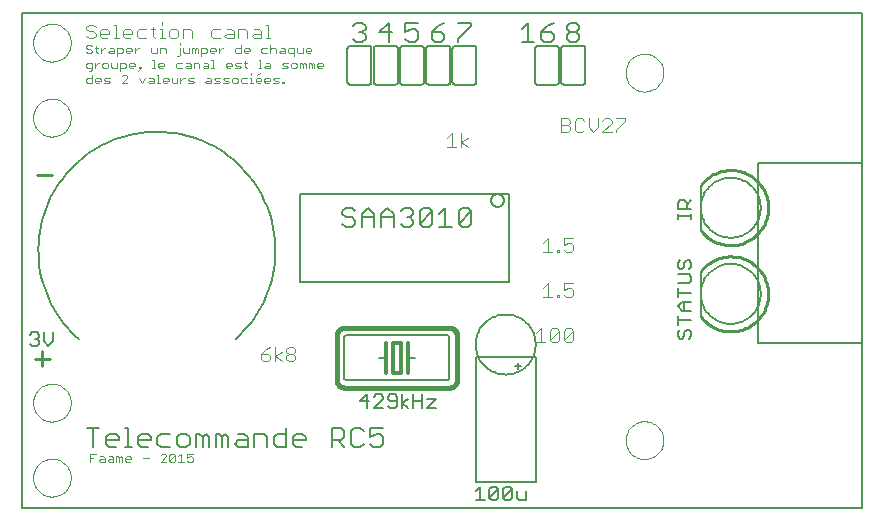
<source format=gto>
G04 CAM350 V10.1.0 (Build 363) Date:  Thu Mar 05 20:02:41 2015 *
G04 Database: c:\users\faame\desktop\telecommande ugs\telco itead\telco.gto *
G04 Layer 1: telco.gto *
%FSLAX24Y24*%
%MOIN*%
%SFA1.000B1.000*%

%MIA0B0*%
%IPPOS*%
%ADD10C,0.00600*%
%ADD11C,0.00000*%
%ADD12C,0.00400*%
%ADD13C,0.00300*%
%ADD14C,0.00700*%
%ADD15C,0.00500*%
%ADD16C,0.01600*%
%ADD17C,0.01200*%
%ADD18C,0.00800*%
%ADD19C,0.01000*%
%LNtelco.gto*%
%LPD*%
G54D10*
X130Y130D02*
G01Y16625D01*
X28122*
X28116Y130*
X130*
X2499Y2160D02*
G01Y2801D01*
X2712D02*
G01X2285D01*
X2930Y2480D02*
G01X3036Y2587D01*
X3250*
X3357Y2480*
Y2374*
X2930*
Y2480D02*
G01Y2267D01*
X3036Y2160*
X3250*
X3574D02*
G01X3788D01*
X3681D02*
G01Y2801D01*
X3574*
X4004Y2480D02*
G01X4111Y2587D01*
X4324*
X4431Y2480*
Y2374*
X4004*
Y2480D02*
G01Y2267D01*
X4111Y2160*
X4324*
X4648Y2267D02*
G01X4755Y2160D01*
X5075*
X5293Y2267D02*
G01X5400Y2160D01*
X5613*
X5720Y2267*
Y2480*
X5613Y2587*
X5400*
X5293Y2480*
Y2267*
X5075Y2587D02*
G01X4755D01*
X4648Y2480*
Y2267*
X5937Y2160D02*
G01Y2587D01*
X6044*
X6151Y2480*
X6258Y2587*
X6364Y2480*
Y2160*
X6151D02*
G01Y2480D01*
X6582Y2587D02*
G01Y2160D01*
X6796D02*
G01Y2480D01*
X6902Y2587*
X7009Y2480*
Y2160*
X7227Y2267D02*
G01X7333Y2374D01*
X7654*
Y2480D02*
G01Y2160D01*
X7333*
X7227Y2267*
X6796Y2480D02*
G01X6689Y2587D01*
X6582*
X7333D02*
G01X7547D01*
X7654Y2480*
X7871Y2587D02*
G01X8191D01*
X8298Y2480*
Y2160*
X8516Y2267D02*
G01Y2480D01*
X8622Y2587*
X8943*
Y2801D02*
G01Y2160D01*
X8622*
X8516Y2267*
X9160D02*
G01X9267Y2160D01*
X9480*
X9160Y2267D02*
G01Y2480D01*
X9267Y2587*
X9480*
X9587Y2480*
Y2374*
X9160*
X10449D02*
G01X10770D01*
X10876Y2480*
Y2694*
X10770Y2801*
X10449*
Y2160*
X10663Y2374D02*
G01X10876Y2160D01*
X11094Y2267D02*
G01X11201Y2160D01*
X11414*
X11521Y2267*
X11738D02*
G01X11845Y2160D01*
X12059*
X12165Y2267*
Y2480*
X12059Y2587*
X11952*
X11738Y2480*
Y2801*
X12165*
X11521Y2694D02*
G01X11414Y2801D01*
X11201*
X11094Y2694*
Y2267*
X7871Y2160D02*
G01Y2587D01*
X10880Y4430D02*
G01X10930Y4380D01*
X14330*
X14380Y4430*
Y5830*
X14330Y5880*
X10930*
X10880Y5830*
Y4430*
X12030Y5130D02*
G01X12260D01*
X13000D02*
G01X13230D01*
X15255Y5161D02*
G01Y974D01*
X17255*
Y5161*
X15255*
Y5568D02*
G01X15257Y5631D01*
X15263Y5693*
X15273Y5755*
X15286Y5817*
X15304Y5877*
X15325Y5936*
X15350Y5994*
X15379Y6050*
X15411Y6104*
X15446Y6156*
X15484Y6205*
X15526Y6253*
X15570Y6297*
X15618Y6339*
X15667Y6377*
X15719Y6412*
X15773Y6444*
X15829Y6473*
X15887Y6498*
X15946Y6519*
X16006Y6537*
X16068Y6550*
X16130Y6560*
X16192Y6566*
X16255Y6568*
X16318Y6566*
X16380Y6560*
X16442Y6550*
X16504Y6537*
X16564Y6519*
X16623Y6498*
X16681Y6473*
X16737Y6444*
X16791Y6412*
X16843Y6377*
X16892Y6339*
X16940Y6297*
X16984Y6253*
X17026Y6205*
X17064Y6156*
X17099Y6104*
X17131Y6050*
X17160Y5994*
X17185Y5936*
X17206Y5877*
X17224Y5817*
X17237Y5755*
X17247Y5693*
X17253Y5631*
X17255Y5568*
X17253Y5505*
X17247Y5443*
X17237Y5381*
X17224Y5319*
X17206Y5259*
X17185Y5200*
X17160Y5142*
X17131Y5086*
X17099Y5032*
X17064Y4980*
X17026Y4931*
X16984Y4883*
X16940Y4839*
X16892Y4797*
X16843Y4759*
X16791Y4724*
X16737Y4692*
X16681Y4663*
X16623Y4638*
X16564Y4617*
X16504Y4599*
X16442Y4586*
X16380Y4576*
X16318Y4570*
X16255Y4568*
X16192Y4570*
X16130Y4576*
X16068Y4586*
X16006Y4599*
X15946Y4617*
X15887Y4638*
X15829Y4663*
X15773Y4692*
X15719Y4724*
X15667Y4759*
X15618Y4797*
X15570Y4839*
X15526Y4883*
X15484Y4931*
X15446Y4980*
X15411Y5032*
X15379Y5086*
X15350Y5142*
X15325Y5200*
X15304Y5259*
X15286Y5319*
X15273Y5381*
X15263Y5443*
X15257Y5505*
X15255Y5568*
X16555Y4868D02*
G01X16755D01*
X16655Y4968D02*
G01Y4768D01*
X16350Y7668D02*
G01Y10592D01*
X9400*
Y7668*
X16350*
X15770Y10370D02*
G01X15772Y10399D01*
X15778Y10427*
X15787Y10454*
X15801Y10479*
X15817Y10503*
X15837Y10523*
X15859Y10542*
X15883Y10556*
X15910Y10568*
X15937Y10576*
X15966Y10580*
X15994*
X16023Y10576*
X16050Y10568*
X16077Y10556*
X16101Y10542*
X16123Y10523*
X16143Y10503*
X16159Y10479*
X16173Y10454*
X16182Y10427*
X16188Y10399*
X16190Y10370*
X16188Y10341*
X16182Y10313*
X16173Y10286*
X16159Y10261*
X16143Y10237*
X16123Y10217*
X16101Y10198*
X16077Y10184*
X16050Y10172*
X16023Y10164*
X15994Y10160*
X15966*
X15937Y10164*
X15910Y10172*
X15883Y10184*
X15859Y10198*
X15837Y10217*
X15817Y10237*
X15801Y10261*
X15787Y10286*
X15778Y10313*
X15772Y10341*
X15770Y10370*
X15180Y14230D02*
G01X14580D01*
X14563Y14232*
X14546Y14236*
X14530Y14243*
X14516Y14253*
X14503Y14266*
X14493Y14280*
X14486Y14296*
X14482Y14313*
X14480Y14330*
Y15430*
X14405D02*
G01Y14330D01*
X14403Y14313*
X14399Y14296*
X14392Y14280*
X14382Y14266*
X14369Y14253*
X14355Y14243*
X14339Y14236*
X14322Y14232*
X14305Y14230*
X13705*
X13688Y14232*
X13671Y14236*
X13655Y14243*
X13641Y14253*
X13628Y14266*
X13618Y14280*
X13611Y14296*
X13607Y14313*
X13605Y14330*
Y15430*
X13530D02*
G01Y14330D01*
X13528Y14313*
X13524Y14296*
X13517Y14280*
X13507Y14266*
X13494Y14253*
X13480Y14243*
X13464Y14236*
X13447Y14232*
X13430Y14230*
X12830*
X12813Y14232*
X12796Y14236*
X12780Y14243*
X12766Y14253*
X12753Y14266*
X12743Y14280*
X12736Y14296*
X12732Y14313*
X12730Y14330*
Y15430*
X12655D02*
G01Y14330D01*
X12653Y14313*
X12649Y14296*
X12642Y14280*
X12632Y14266*
X12619Y14253*
X12605Y14243*
X12589Y14236*
X12572Y14232*
X12555Y14230*
X11955*
X11938Y14232*
X11921Y14236*
X11905Y14243*
X11891Y14253*
X11878Y14266*
X11868Y14280*
X11861Y14296*
X11857Y14313*
X11855Y14330*
Y15430*
X11780D02*
G01Y14330D01*
X11778Y14313*
X11774Y14296*
X11767Y14280*
X11757Y14266*
X11744Y14253*
X11730Y14243*
X11714Y14236*
X11697Y14232*
X11680Y14230*
X11080*
X11063Y14232*
X11046Y14236*
X11030Y14243*
X11016Y14253*
X11003Y14266*
X10993Y14280*
X10986Y14296*
X10982Y14313*
X10980Y14330*
Y15430*
X10982Y15447*
X10986Y15464*
X10993Y15480*
X11003Y15494*
X11016Y15507*
X11030Y15517*
X11046Y15524*
X11063Y15528*
X11080Y15530*
X11680*
X11697Y15528*
X11714Y15524*
X11730Y15517*
X11744Y15507*
X11757Y15494*
X11767Y15480*
X11774Y15464*
X11778Y15447*
X11780Y15430*
X11855D02*
G01X11857Y15447D01*
X11861Y15464*
X11868Y15480*
X11878Y15494*
X11891Y15507*
X11905Y15517*
X11921Y15524*
X11938Y15528*
X11955Y15530*
X12555*
X12572Y15528*
X12589Y15524*
X12605Y15517*
X12619Y15507*
X12632Y15494*
X12642Y15480*
X12649Y15464*
X12653Y15447*
X12655Y15430*
X12730D02*
G01X12732Y15447D01*
X12736Y15464*
X12743Y15480*
X12753Y15494*
X12766Y15507*
X12780Y15517*
X12796Y15524*
X12813Y15528*
X12830Y15530*
X13430*
X13447Y15528*
X13464Y15524*
X13480Y15517*
X13494Y15507*
X13507Y15494*
X13517Y15480*
X13524Y15464*
X13528Y15447*
X13530Y15430*
X13605D02*
G01X13607Y15447D01*
X13611Y15464*
X13618Y15480*
X13628Y15494*
X13641Y15507*
X13655Y15517*
X13671Y15524*
X13688Y15528*
X13705Y15530*
X14305*
X14322Y15528*
X14339Y15524*
X14355Y15517*
X14369Y15507*
X14382Y15494*
X14392Y15480*
X14399Y15464*
X14403Y15447*
X14405Y15430*
X14480D02*
G01X14482Y15447D01*
X14486Y15464*
X14493Y15480*
X14503Y15494*
X14516Y15507*
X14530Y15517*
X14546Y15524*
X14563Y15528*
X14580Y15530*
X15180*
X15197Y15528*
X15214Y15524*
X15230Y15517*
X15244Y15507*
X15257Y15494*
X15267Y15480*
X15274Y15464*
X15278Y15447*
X15280Y15430*
Y14330*
X15278Y14313*
X15274Y14296*
X15267Y14280*
X15257Y14266*
X15244Y14253*
X15230Y14243*
X15214Y14236*
X15197Y14232*
X15180Y14230*
X17230Y14330D02*
G01Y15430D01*
X17232Y15447*
X17236Y15464*
X17243Y15480*
X17253Y15494*
X17266Y15507*
X17280Y15517*
X17296Y15524*
X17313Y15528*
X17330Y15530*
X17930*
X17947Y15528*
X17964Y15524*
X17980Y15517*
X17994Y15507*
X18007Y15494*
X18017Y15480*
X18024Y15464*
X18028Y15447*
X18030Y15430*
Y14330*
X18105D02*
G01Y15430D01*
X18107Y15447*
X18111Y15464*
X18118Y15480*
X18128Y15494*
X18141Y15507*
X18155Y15517*
X18171Y15524*
X18188Y15528*
X18205Y15530*
X18805*
X18822Y15528*
X18839Y15524*
X18855Y15517*
X18869Y15507*
X18882Y15494*
X18892Y15480*
X18899Y15464*
X18903Y15447*
X18905Y15430*
Y14330*
X18903Y14313*
X18899Y14296*
X18892Y14280*
X18882Y14266*
X18869Y14253*
X18855Y14243*
X18839Y14236*
X18822Y14232*
X18805Y14230*
X18205*
X18188Y14232*
X18171Y14236*
X18155Y14243*
X18141Y14253*
X18128Y14266*
X18118Y14280*
X18111Y14296*
X18107Y14313*
X18105Y14330*
X18030D02*
G01X18028Y14313D01*
X18024Y14296*
X18017Y14280*
X18007Y14266*
X17994Y14253*
X17980Y14243*
X17964Y14236*
X17947Y14232*
X17930Y14230*
X17330*
X17313Y14232*
X17296Y14236*
X17280Y14243*
X17266Y14253*
X17253Y14266*
X17243Y14280*
X17236Y14296*
X17232Y14313*
X17230Y14330*
X17212Y15660D02*
G01X16785D01*
X16999D02*
G01Y16301D01*
X16785Y16087*
X17430Y15980D02*
G01Y15767D01*
X17536Y15660*
X17750*
X17857Y15767*
Y15874*
X17750Y15980*
X17430*
X17643Y16194*
X17857Y16301*
X18285Y16194D02*
G01Y16087D01*
X18392Y15980*
X18605*
X18712Y15874*
Y15767*
X18605Y15660*
X18392*
X18285Y15767*
Y15874*
X18392Y15980*
X18605D02*
G01X18712Y16087D01*
Y16194*
X18605Y16301*
X18392*
X18285Y16194*
X15087D02*
G01X14660Y15767D01*
Y15660*
X14212Y15767D02*
G01Y15874D01*
X14105Y15980*
X13785*
Y15767*
X13892Y15660*
X14105*
X14212Y15767*
X13999Y16194D02*
G01X13785Y15980D01*
X13999Y16194D02*
G01X14212Y16301D01*
X14660D02*
G01X15087D01*
Y16194*
X13337Y16301D02*
G01X12910D01*
Y15980*
X13124Y16087*
X13230*
X13337Y15980*
Y15767*
X13230Y15660*
X13017*
X12910Y15767*
X12462Y15980D02*
G01X12035D01*
X12355Y16301*
Y15660*
X11587Y15767D02*
G01X11480Y15660D01*
X11267*
X11160Y15767*
X11374Y15980D02*
G01X11480D01*
X11587Y15874*
Y15767*
X11480Y15980D02*
G01X11587Y16087D01*
Y16194*
X11480Y16301*
X11267*
X11160Y16194*
X680Y8755D02*
G01X682Y8566D01*
X694Y8377*
X714Y8188*
X743Y8001*
X781Y7816*
X828Y7632*
X884Y7451*
X949Y7273*
X1021Y7099*
X1102Y6928*
X1192Y6761*
X1289Y6598*
X1394Y6440*
X1506Y6288*
X1625Y6141*
X1752Y6000*
X1885Y5865*
X2024Y5737*
X680Y8755D02*
G01X688Y8948D01*
X704Y9141*
X730Y9333*
X766Y9523*
X810Y9711*
X864Y9897*
X927Y10080*
X999Y10260*
X1080Y10436*
X1169Y10608*
X1266Y10775*
X1371Y10937*
X1485Y11094*
X1605Y11246*
X1733Y11391*
X1868Y11529*
X2010Y11661*
X2158Y11786*
X2312Y11903*
X2471Y12013*
X2636Y12115*
X2805Y12208*
X2979Y12293*
X3157Y12370*
X3338Y12438*
X3522Y12497*
X3710Y12546*
X3899Y12587*
X4090Y12618*
X4282Y12640*
X4475Y12652*
X4669Y12655*
X4862Y12648*
X5055Y12632*
X5247Y12607*
X5437Y12572*
X5626Y12527*
X5812Y12474*
X5995Y12412*
X6175Y12340*
X6351Y12260*
X6523Y12172*
X6690Y12075*
X6853Y11970*
X7010Y11857*
X7162Y11737*
X7307Y11609*
X7446Y11475*
X7579Y11333*
X7704Y11186*
X7822Y11032*
X7932Y10873*
X8034Y10709*
X8128Y10540*
X8214Y10366*
X8291Y10189*
X8359Y10008*
X8418Y9823*
X8469Y9636*
X8510Y9447*
X8541Y9256*
X8564Y9064*
X8577Y8871*
X8580Y8678*
X8574Y8484*
X8558Y8291*
X8533Y8099*
X8499Y7909*
X8455Y7720*
X8403Y7534*
X8341Y7351*
X8270Y7171*
X8190Y6994*
X8102Y6822*
X8006Y6654*
X7901Y6491*
X7789Y6334*
X7669Y6182*
X7542Y6036*
X7408Y5897*
X7267Y5764*
X22755Y7255D02*
G01X22757Y7318D01*
X22763Y7380*
X22773Y7442*
X22786Y7504*
X22804Y7564*
X22825Y7623*
X22850Y7681*
X22879Y7737*
X22911Y7791*
X22946Y7843*
X22984Y7892*
X23026Y7940*
X23070Y7984*
X23118Y8026*
X23167Y8064*
X23219Y8099*
X23273Y8131*
X23329Y8160*
X23387Y8185*
X23446Y8206*
X23506Y8224*
X23568Y8237*
X23630Y8247*
X23692Y8253*
X23755Y8255*
X23818Y8253*
X23880Y8247*
X23942Y8237*
X24004Y8224*
X24064Y8206*
X24123Y8185*
X24181Y8160*
X24237Y8131*
X24291Y8099*
X24343Y8064*
X24392Y8026*
X24440Y7984*
X24484Y7940*
X24526Y7892*
X24564Y7843*
X24599Y7791*
X24631Y7737*
X24660Y7681*
X24685Y7623*
X24706Y7564*
X24724Y7504*
X24737Y7442*
X24747Y7380*
X24753Y7318*
X24755Y7255*
X24753Y7192*
X24747Y7130*
X24737Y7068*
X24724Y7006*
X24706Y6946*
X24685Y6887*
X24660Y6829*
X24631Y6773*
X24599Y6719*
X24564Y6667*
X24526Y6618*
X24484Y6570*
X24440Y6526*
X24392Y6484*
X24343Y6446*
X24291Y6411*
X24237Y6379*
X24181Y6350*
X24123Y6325*
X24064Y6304*
X24004Y6286*
X23942Y6273*
X23880Y6263*
X23818Y6257*
X23755Y6255*
X23692Y6257*
X23630Y6263*
X23568Y6273*
X23506Y6286*
X23446Y6304*
X23387Y6325*
X23329Y6350*
X23273Y6379*
X23219Y6411*
X23167Y6446*
X23118Y6484*
X23070Y6526*
X23026Y6570*
X22984Y6618*
X22946Y6667*
X22911Y6719*
X22879Y6773*
X22850Y6829*
X22825Y6887*
X22804Y6946*
X22786Y7006*
X22773Y7068*
X22763Y7130*
X22757Y7192*
X22755Y7255*
X24661Y5630D02*
G01X28099D01*
X24661D02*
G01Y11630D01*
X28099*
X22755Y10130D02*
G01X22757Y10193D01*
X22763Y10255*
X22773Y10317*
X22786Y10379*
X22804Y10439*
X22825Y10498*
X22850Y10556*
X22879Y10612*
X22911Y10666*
X22946Y10718*
X22984Y10767*
X23026Y10815*
X23070Y10859*
X23118Y10901*
X23167Y10939*
X23219Y10974*
X23273Y11006*
X23329Y11035*
X23387Y11060*
X23446Y11081*
X23506Y11099*
X23568Y11112*
X23630Y11122*
X23692Y11128*
X23755Y11130*
X23818Y11128*
X23880Y11122*
X23942Y11112*
X24004Y11099*
X24064Y11081*
X24123Y11060*
X24181Y11035*
X24237Y11006*
X24291Y10974*
X24343Y10939*
X24392Y10901*
X24440Y10859*
X24484Y10815*
X24526Y10767*
X24564Y10718*
X24599Y10666*
X24631Y10612*
X24660Y10556*
X24685Y10498*
X24706Y10439*
X24724Y10379*
X24737Y10317*
X24747Y10255*
X24753Y10193*
X24755Y10130*
X24753Y10067*
X24747Y10005*
X24737Y9943*
X24724Y9881*
X24706Y9821*
X24685Y9762*
X24660Y9704*
X24631Y9648*
X24599Y9594*
X24564Y9542*
X24526Y9493*
X24484Y9445*
X24440Y9401*
X24392Y9359*
X24343Y9321*
X24291Y9286*
X24237Y9254*
X24181Y9225*
X24123Y9200*
X24064Y9179*
X24004Y9161*
X23942Y9148*
X23880Y9138*
X23818Y9132*
X23755Y9130*
X23692Y9132*
X23630Y9138*
X23568Y9148*
X23506Y9161*
X23446Y9179*
X23387Y9200*
X23329Y9225*
X23273Y9254*
X23219Y9286*
X23167Y9321*
X23118Y9359*
X23070Y9401*
X23026Y9445*
X22984Y9493*
X22946Y9542*
X22911Y9594*
X22879Y9648*
X22850Y9704*
X22825Y9762*
X22804Y9821*
X22786Y9881*
X22773Y9943*
X22763Y10005*
X22757Y10067*
X22755Y10130*
G54D11*
X20250Y14630D02*
G01X20252Y14680D01*
X20258Y14730*
X20268Y14779*
X20282Y14827*
X20299Y14874*
X20320Y14919*
X20345Y14963*
X20373Y15004*
X20405Y15043*
X20439Y15080*
X20476Y15114*
X20516Y15144*
X20558Y15171*
X20602Y15195*
X20648Y15216*
X20695Y15232*
X20743Y15245*
X20793Y15254*
X20842Y15259*
X20893Y15260*
X20943Y15257*
X20992Y15250*
X21041Y15239*
X21089Y15224*
X21135Y15206*
X21180Y15184*
X21223Y15158*
X21264Y15129*
X21303Y15097*
X21339Y15062*
X21371Y15024*
X21401Y14984*
X21428Y14941*
X21451Y14897*
X21470Y14851*
X21486Y14803*
X21498Y14754*
X21506Y14705*
X21510Y14655*
Y14605*
X21506Y14555*
X21498Y14506*
X21486Y14457*
X21470Y14409*
X21451Y14363*
X21428Y14319*
X21401Y14276*
X21371Y14236*
X21339Y14198*
X21303Y14163*
X21264Y14131*
X21223Y14102*
X21180Y14076*
X21135Y14054*
X21089Y14036*
X21041Y14021*
X20992Y14010*
X20943Y14003*
X20893Y14000*
X20842Y14001*
X20793Y14006*
X20743Y14015*
X20695Y14028*
X20648Y14044*
X20602Y14065*
X20558Y14089*
X20516Y14116*
X20476Y14146*
X20439Y14180*
X20405Y14217*
X20373Y14256*
X20345Y14297*
X20320Y14341*
X20299Y14386*
X20282Y14433*
X20268Y14481*
X20258Y14530*
X20252Y14580*
X20250Y14630*
X500Y15630D02*
G01X502Y15680D01*
X508Y15730*
X518Y15779*
X532Y15827*
X549Y15874*
X570Y15919*
X595Y15963*
X623Y16004*
X655Y16043*
X689Y16080*
X726Y16114*
X766Y16144*
X808Y16171*
X852Y16195*
X898Y16216*
X945Y16232*
X993Y16245*
X1043Y16254*
X1092Y16259*
X1143Y16260*
X1193Y16257*
X1242Y16250*
X1291Y16239*
X1339Y16224*
X1385Y16206*
X1430Y16184*
X1473Y16158*
X1514Y16129*
X1553Y16097*
X1589Y16062*
X1621Y16024*
X1651Y15984*
X1678Y15941*
X1701Y15897*
X1720Y15851*
X1736Y15803*
X1748Y15754*
X1756Y15705*
X1760Y15655*
Y15605*
X1756Y15555*
X1748Y15506*
X1736Y15457*
X1720Y15409*
X1701Y15363*
X1678Y15319*
X1651Y15276*
X1621Y15236*
X1589Y15198*
X1553Y15163*
X1514Y15131*
X1473Y15102*
X1430Y15076*
X1385Y15054*
X1339Y15036*
X1291Y15021*
X1242Y15010*
X1193Y15003*
X1143Y15000*
X1092Y15001*
X1043Y15006*
X993Y15015*
X945Y15028*
X898Y15044*
X852Y15065*
X808Y15089*
X766Y15116*
X726Y15146*
X689Y15180*
X655Y15217*
X623Y15256*
X595Y15297*
X570Y15341*
X549Y15386*
X532Y15433*
X518Y15481*
X508Y15530*
X502Y15580*
X500Y15630*
Y13130D02*
G01X502Y13180D01*
X508Y13230*
X518Y13279*
X532Y13327*
X549Y13374*
X570Y13419*
X595Y13463*
X623Y13504*
X655Y13543*
X689Y13580*
X726Y13614*
X766Y13644*
X808Y13671*
X852Y13695*
X898Y13716*
X945Y13732*
X993Y13745*
X1043Y13754*
X1092Y13759*
X1143Y13760*
X1193Y13757*
X1242Y13750*
X1291Y13739*
X1339Y13724*
X1385Y13706*
X1430Y13684*
X1473Y13658*
X1514Y13629*
X1553Y13597*
X1589Y13562*
X1621Y13524*
X1651Y13484*
X1678Y13441*
X1701Y13397*
X1720Y13351*
X1736Y13303*
X1748Y13254*
X1756Y13205*
X1760Y13155*
Y13105*
X1756Y13055*
X1748Y13006*
X1736Y12957*
X1720Y12909*
X1701Y12863*
X1678Y12819*
X1651Y12776*
X1621Y12736*
X1589Y12698*
X1553Y12663*
X1514Y12631*
X1473Y12602*
X1430Y12576*
X1385Y12554*
X1339Y12536*
X1291Y12521*
X1242Y12510*
X1193Y12503*
X1143Y12500*
X1092Y12501*
X1043Y12506*
X993Y12515*
X945Y12528*
X898Y12544*
X852Y12565*
X808Y12589*
X766Y12616*
X726Y12646*
X689Y12680*
X655Y12717*
X623Y12756*
X595Y12797*
X570Y12841*
X549Y12886*
X532Y12933*
X518Y12981*
X508Y13030*
X502Y13080*
X500Y13130*
Y3630D02*
G01X502Y3680D01*
X508Y3730*
X518Y3779*
X532Y3827*
X549Y3874*
X570Y3919*
X595Y3963*
X623Y4004*
X655Y4043*
X689Y4080*
X726Y4114*
X766Y4144*
X808Y4171*
X852Y4195*
X898Y4216*
X945Y4232*
X993Y4245*
X1043Y4254*
X1092Y4259*
X1143Y4260*
X1193Y4257*
X1242Y4250*
X1291Y4239*
X1339Y4224*
X1385Y4206*
X1430Y4184*
X1473Y4158*
X1514Y4129*
X1553Y4097*
X1589Y4062*
X1621Y4024*
X1651Y3984*
X1678Y3941*
X1701Y3897*
X1720Y3851*
X1736Y3803*
X1748Y3754*
X1756Y3705*
X1760Y3655*
Y3605*
X1756Y3555*
X1748Y3506*
X1736Y3457*
X1720Y3409*
X1701Y3363*
X1678Y3319*
X1651Y3276*
X1621Y3236*
X1589Y3198*
X1553Y3163*
X1514Y3131*
X1473Y3102*
X1430Y3076*
X1385Y3054*
X1339Y3036*
X1291Y3021*
X1242Y3010*
X1193Y3003*
X1143Y3000*
X1092Y3001*
X1043Y3006*
X993Y3015*
X945Y3028*
X898Y3044*
X852Y3065*
X808Y3089*
X766Y3116*
X726Y3146*
X689Y3180*
X655Y3217*
X623Y3256*
X595Y3297*
X570Y3341*
X549Y3386*
X532Y3433*
X518Y3481*
X508Y3530*
X502Y3580*
X500Y3630*
Y1130D02*
G01X502Y1180D01*
X508Y1230*
X518Y1279*
X532Y1327*
X549Y1374*
X570Y1419*
X595Y1463*
X623Y1504*
X655Y1543*
X689Y1580*
X726Y1614*
X766Y1644*
X808Y1671*
X852Y1695*
X898Y1716*
X945Y1732*
X993Y1745*
X1043Y1754*
X1092Y1759*
X1143Y1760*
X1193Y1757*
X1242Y1750*
X1291Y1739*
X1339Y1724*
X1385Y1706*
X1430Y1684*
X1473Y1658*
X1514Y1629*
X1553Y1597*
X1589Y1562*
X1621Y1524*
X1651Y1484*
X1678Y1441*
X1701Y1397*
X1720Y1351*
X1736Y1303*
X1748Y1254*
X1756Y1205*
X1760Y1155*
Y1105*
X1756Y1055*
X1748Y1006*
X1736Y957*
X1720Y909*
X1701Y863*
X1678Y819*
X1651Y776*
X1621Y736*
X1589Y698*
X1553Y663*
X1514Y631*
X1473Y602*
X1430Y576*
X1385Y554*
X1339Y536*
X1291Y521*
X1242Y510*
X1193Y503*
X1143Y500*
X1092Y501*
X1043Y506*
X993Y515*
X945Y528*
X898Y544*
X852Y565*
X808Y589*
X766Y616*
X726Y646*
X689Y680*
X655Y717*
X623Y756*
X595Y797*
X570Y841*
X549Y886*
X532Y933*
X518Y981*
X508Y1030*
X502Y1080*
X500Y1130*
X20250Y2380D02*
G01X20252Y2430D01*
X20258Y2480*
X20268Y2529*
X20282Y2577*
X20299Y2624*
X20320Y2669*
X20345Y2713*
X20373Y2754*
X20405Y2793*
X20439Y2830*
X20476Y2864*
X20516Y2894*
X20558Y2921*
X20602Y2945*
X20648Y2966*
X20695Y2982*
X20743Y2995*
X20793Y3004*
X20842Y3009*
X20893Y3010*
X20943Y3007*
X20992Y3000*
X21041Y2989*
X21089Y2974*
X21135Y2956*
X21180Y2934*
X21223Y2908*
X21264Y2879*
X21303Y2847*
X21339Y2812*
X21371Y2774*
X21401Y2734*
X21428Y2691*
X21451Y2647*
X21470Y2601*
X21486Y2553*
X21498Y2504*
X21506Y2455*
X21510Y2405*
Y2355*
X21506Y2305*
X21498Y2256*
X21486Y2207*
X21470Y2159*
X21451Y2113*
X21428Y2069*
X21401Y2026*
X21371Y1986*
X21339Y1948*
X21303Y1913*
X21264Y1881*
X21223Y1852*
X21180Y1826*
X21135Y1804*
X21089Y1786*
X21041Y1771*
X20992Y1760*
X20943Y1753*
X20893Y1750*
X20842Y1751*
X20793Y1756*
X20743Y1765*
X20695Y1778*
X20648Y1794*
X20602Y1815*
X20558Y1839*
X20516Y1866*
X20476Y1896*
X20439Y1930*
X20405Y1967*
X20373Y2006*
X20345Y2047*
X20320Y2091*
X20299Y2136*
X20282Y2183*
X20268Y2231*
X20258Y2280*
X20252Y2330*
X20250Y2380*
G54D12*
X18420Y5650D02*
G01X18266D01*
X18190Y5727*
X18497Y6034*
Y5727*
X18420Y5650*
X18190Y5727D02*
G01Y6034D01*
X18266Y6110*
X18420*
X18497Y6034*
X18036D02*
G01Y5727D01*
X17959Y5650*
X17806*
X17729Y5727*
X18036Y6034*
X17959Y6110*
X17806*
X17729Y6034*
Y5727*
X17576Y5650D02*
G01X17269D01*
X17422D02*
G01Y6110D01*
X17269Y5957*
X17499Y7150D02*
G01X17806D01*
X17959D02*
G01X18036D01*
Y7227*
X17959*
Y7150*
X18190Y7227D02*
G01X18266Y7150D01*
X18420*
X18497Y7227*
Y7380*
X18420Y7457*
X18343*
X18190Y7380*
Y7610*
X18497*
X17652D02*
G01Y7150D01*
X17499Y7457D02*
G01X17652Y7610D01*
Y8650D02*
G01Y9110D01*
X17499Y8957*
Y8650D02*
G01X17806D01*
X17959D02*
G01X18036D01*
Y8727*
X17959*
Y8650*
X18190Y8727D02*
G01X18266Y8650D01*
X18420*
X18497Y8727*
Y8880*
X18420Y8957*
X18343*
X18190Y8880*
Y9110*
X18497*
X14997Y12150D02*
G01X14766Y12303D01*
X14997Y12457*
X14766Y12610D02*
G01Y12150D01*
X14613D02*
G01X14306D01*
X14459D02*
G01Y12610D01*
X14306Y12457*
X18098Y12650D02*
G01X18328D01*
X18405Y12727*
Y12803*
X18328Y12880*
X18098*
Y12650D02*
G01Y13110D01*
X18328*
X18405Y13034*
Y12957*
X18328Y12880*
X18558Y12727D02*
G01X18635Y12650D01*
X18789*
X18865Y12727*
X19019Y12803D02*
G01X19172Y12650D01*
X19326Y12803*
Y13110*
X19479Y13034D02*
G01X19556Y13110D01*
X19709*
X19786Y13034*
Y12957*
X19479Y12650*
X19786*
X19940D02*
G01Y12727D01*
X20247Y13034*
Y13110*
X19940*
X19019D02*
G01Y12803D01*
X18865Y13034D02*
G01X18789Y13110D01*
X18635*
X18558Y13034*
Y12727*
X8414Y15775D02*
G01X8260D01*
X8337D02*
G01Y16235D01*
X8260*
X8107Y16005D02*
G01Y15775D01*
X7876*
X7800Y15852*
X7876Y15928*
X8107*
Y16005D02*
G01X8030Y16082D01*
X7876*
X7646Y16005D02*
G01Y15775D01*
Y16005D02*
G01X7570Y16082D01*
X7339*
Y15775*
X7186D02*
G01X6956D01*
X6879Y15852*
X6956Y15928*
X7186*
Y16005D02*
G01Y15775D01*
Y16005D02*
G01X7109Y16082D01*
X6956*
X6725D02*
G01X6495D01*
X6419Y16005*
Y15852*
X6495Y15775*
X6725*
X5805D02*
G01Y16005D01*
X5728Y16082*
X5498*
Y15775*
X5344Y15852D02*
G01Y16005D01*
X5268Y16082*
X5114*
X5037Y16005*
Y15852*
X5114Y15775*
X5268*
X5344Y15852*
X4884Y15775D02*
G01X4730D01*
X4807D02*
G01Y16082D01*
X4730*
X4577D02*
G01X4423D01*
X4500Y16159D02*
G01Y15852D01*
X4577Y15775*
X4270D02*
G01X4040D01*
X3963Y15852*
Y16005*
X4040Y16082*
X4270*
X3810Y16005D02*
G01Y15928D01*
X3503*
Y15852D02*
G01Y16005D01*
X3579Y16082*
X3733*
X3810Y16005*
X3733Y15775D02*
G01X3579D01*
X3503Y15852*
X3349Y15775D02*
G01X3196D01*
X3273D02*
G01Y16235D01*
X3196*
X3042Y16005D02*
G01Y15928D01*
X2735*
Y15852D02*
G01Y16005D01*
X2812Y16082*
X2966*
X3042Y16005*
X2966Y15775D02*
G01X2812D01*
X2735Y15852*
X2582D02*
G01X2505Y15775D01*
X2352*
X2275Y15852*
X2352Y16005D02*
G01X2505D01*
X2582Y15928*
Y15852*
X2352Y16005D02*
G01X2275Y16082D01*
Y16159*
X2352Y16235*
X2505*
X2582Y16159*
X4807Y16235D02*
G01Y16312D01*
X8402Y5485D02*
G01X8249Y5409D01*
X8096Y5255*
X8326*
X8402Y5178*
Y5102*
X8326Y5025*
X8172*
X8096Y5102*
Y5255*
X8556Y5178D02*
G01X8786Y5332D01*
X8940D02*
G01Y5409D01*
X9016Y5485*
X9170*
X9247Y5409*
Y5332*
X9170Y5255*
X9016*
X8940Y5332*
X9016Y5255D02*
G01X8940Y5178D01*
Y5102*
X9016Y5025*
X9170*
X9247Y5102*
Y5178*
X9170Y5255*
X8786Y5025D02*
G01X8556Y5178D01*
Y5025D02*
G01Y5485D01*
G54D13*
X5830Y1935D02*
G01X5636D01*
Y1790*
X5733Y1838*
X5781*
X5830Y1790*
Y1693*
X5781Y1645*
X5685*
X5636Y1693*
X5535Y1645D02*
G01X5342D01*
X5438D02*
G01Y1935D01*
X5342Y1838*
X5240Y1887D02*
G01Y1693D01*
X5192Y1645*
X5095*
X5047Y1693*
X5240Y1887*
X5192Y1935*
X5095*
X5047Y1887*
Y1693*
X4946Y1645D02*
G01X4752D01*
X4946Y1838*
Y1887*
X4897Y1935*
X4801*
X4752Y1887*
X4356Y1790D02*
G01X4163D01*
X3767D02*
G01Y1742D01*
X3574*
Y1790D02*
G01X3622Y1838D01*
X3719*
X3767Y1790*
X3719Y1645D02*
G01X3622D01*
X3574Y1693*
Y1790*
X3472D02*
G01Y1645D01*
X3376D02*
G01Y1790D01*
X3424Y1838*
X3472Y1790*
X3376D02*
G01X3327Y1838D01*
X3279*
Y1645*
X3178D02*
G01X3033D01*
X2984Y1693*
X3033Y1742*
X3178*
Y1790D02*
G01Y1645D01*
Y1790D02*
G01X3129Y1838D01*
X3033*
X2883Y1790D02*
G01Y1645D01*
X2738*
X2690Y1693*
X2738Y1742*
X2883*
Y1790D02*
G01X2835Y1838D01*
X2738*
X2588Y1935D02*
G01X2395D01*
Y1645*
Y1790D02*
G01X2492D01*
X2463Y14270D02*
G01X2318D01*
X2270Y14318*
Y14415*
X2318Y14463*
X2463*
Y14560D02*
G01Y14270D01*
X2565Y14318D02*
G01Y14415D01*
X2613Y14463*
X2710*
X2758Y14415*
Y14367*
X2565*
Y14318D02*
G01X2613Y14270D01*
X2710*
X2859D02*
G01X3004D01*
X3053Y14318*
X3004Y14367*
X2908*
X2859Y14415*
X2908Y14463*
X3053*
X2955Y14770D02*
G01X3004Y14818D01*
Y14915*
X2955Y14963*
X2859*
X2810Y14915*
Y14818*
X2859Y14770*
X2955*
X3105Y14818D02*
G01X3153Y14770D01*
X3298*
Y14963*
X3399D02*
G01X3545D01*
X3593Y14915*
Y14818*
X3545Y14770*
X3399*
Y14673D02*
G01Y14963D01*
X3301Y15173D02*
G01Y15463D01*
X3446*
X3495Y15415*
Y15318*
X3446Y15270*
X3301*
X3200D02*
G01X3055D01*
X3007Y15318*
X3055Y15367*
X3200*
Y15415D02*
G01Y15270D01*
Y15415D02*
G01X3152Y15463D01*
X3055*
X2906D02*
G01X2858D01*
X2761Y15367*
Y15463D02*
G01Y15270D01*
X2661D02*
G01X2613Y15318D01*
Y15512*
X2565Y15463D02*
G01X2661D01*
X2463Y15512D02*
G01X2415Y15560D01*
X2318*
X2270Y15512*
Y15463*
X2318Y15415*
X2415*
X2463Y15367*
Y15318*
X2415Y15270*
X2318*
X2270Y15318*
X2318Y14963D02*
G01X2270Y14915D01*
Y14818*
X2318Y14770*
X2463*
Y14722D02*
G01Y14963D01*
X2318*
X2565D02*
G01Y14770D01*
Y14867D02*
G01X2661Y14963D01*
X2710*
X3105D02*
G01Y14818D01*
X3449Y14512D02*
G01X3497Y14560D01*
X3594*
X3642Y14512*
Y14463*
X3449Y14270*
X3642*
X4038Y14463D02*
G01X4135Y14270D01*
X4231Y14463*
X4381D02*
G01X4478D01*
X4526Y14415*
Y14270*
X4381*
X4333Y14318*
X4381Y14367*
X4526*
X4627Y14270D02*
G01X4724D01*
X4676D02*
G01Y14560D01*
X4627*
X4824Y14415D02*
G01Y14318D01*
X4872Y14270*
X4969*
X5017Y14367D02*
G01X4824D01*
Y14415D02*
G01X4872Y14463D01*
X4969*
X5017Y14415*
Y14367*
X5118Y14318D02*
G01Y14463D01*
Y14318D02*
G01X5167Y14270D01*
X5312*
Y14463*
X5413D02*
G01Y14270D01*
Y14367D02*
G01X5510Y14463D01*
X5558*
X5658Y14415D02*
G01X5707Y14367D01*
X5804*
X5852Y14318*
X5804Y14270*
X5658*
Y14415D02*
G01X5707Y14463D01*
X5852*
X5855Y14770D02*
G01Y14963D01*
X6000*
X6048Y14915*
Y14770*
X6150Y14818D02*
G01X6198Y14867D01*
X6343*
Y14915D02*
G01Y14770D01*
X6198*
X6150Y14818*
X6198Y14963D02*
G01X6295D01*
X6343Y14915*
X6444Y14770D02*
G01X6541D01*
X6493D02*
G01Y15060D01*
X6444*
X6100Y15173D02*
G01Y15463D01*
X6246*
X6294Y15415*
Y15318*
X6246Y15270*
X6100*
X5999D02*
G01Y15415D01*
X5951Y15463*
X5903Y15415*
Y15270*
X5806D02*
G01Y15463D01*
X5854*
X5903Y15415*
X5705Y15463D02*
G01Y15270D01*
X5560*
X5511Y15318*
Y15463*
X5411D02*
G01Y15222D01*
X5363Y15173*
X5315*
X5314Y14963D02*
G01X5266Y14915D01*
Y14818*
X5314Y14770*
X5459*
X5560Y14818D02*
G01X5609Y14867D01*
X5754*
Y14915D02*
G01Y14770D01*
X5609*
X5560Y14818*
X5609Y14963D02*
G01X5705D01*
X5754Y14915*
X5459Y14963D02*
G01X5314D01*
X4870Y14915D02*
G01Y14867D01*
X4676*
Y14915D02*
G01Y14818D01*
X4725Y14770*
X4821*
X4870Y14915D02*
G01X4821Y14963D01*
X4725*
X4676Y14915*
X4577Y14770D02*
G01X4480D01*
X4528D02*
G01Y15060D01*
X4480*
X4086Y14818D02*
G01X4037D01*
Y14770*
X4086*
Y14818*
Y14770D02*
G01X3989Y14673D01*
X3839Y14770D02*
G01X3743D01*
X3694Y14818*
Y14915*
X3743Y14963*
X3839*
X3888Y14915*
Y14867*
X3694*
X3741Y15270D02*
G01X3644D01*
X3596Y15318*
Y15415*
X3644Y15463*
X3741*
X3789Y15415*
Y15367*
X3596*
X3891D02*
G01X3987Y15463D01*
X4036*
X3891D02*
G01Y15270D01*
X4431Y15318D02*
G01X4479Y15270D01*
X4624*
Y15463*
X4725D02*
G01X4871D01*
X4919Y15415*
Y15270*
X4725D02*
G01Y15463D01*
X4431D02*
G01Y15318D01*
X5411Y15560D02*
G01Y15609D01*
X6395Y15415D02*
G01Y15318D01*
X6443Y15270*
X6540*
X6589Y15367D02*
G01X6395D01*
Y15415D02*
G01X6443Y15463D01*
X6540*
X6589Y15415*
Y15367*
X6690D02*
G01X6787Y15463D01*
X6835*
X6690D02*
G01Y15270D01*
X6984Y14963D02*
G01X7080D01*
X7129Y14915*
Y14867*
X6935*
Y14915D02*
G01Y14818D01*
X6984Y14770*
X7080*
X7230D02*
G01X7375D01*
X7423Y14818*
X7375Y14867*
X7278*
X7230Y14915*
X7278Y14963*
X7423*
X7525D02*
G01X7621D01*
X7573Y15012D02*
G01Y14818D01*
X7621Y14770*
X7769Y14609D02*
G01Y14560D01*
Y14463D02*
G01Y14270D01*
X7721D02*
G01X7818D01*
X7917Y14318D02*
G01Y14415D01*
X7966Y14463*
X8063*
X8111Y14415*
Y14367*
X7917*
Y14318D02*
G01X7966Y14270D01*
X8063*
X8212Y14318D02*
G01Y14415D01*
X8261Y14463*
X8357*
X8406Y14415*
Y14367*
X8212*
Y14318D02*
G01X8261Y14270D01*
X8357*
X8507D02*
G01X8652D01*
X8700Y14318*
X8652Y14367*
X8555*
X8507Y14415*
X8555Y14463*
X8700*
X8801Y14318D02*
G01X8850D01*
Y14270*
X8801*
Y14318*
Y14770D02*
G01X8947D01*
X8995Y14818*
X8947Y14867*
X8850*
X8801Y14915*
X8850Y14963*
X8995*
X9096Y14915D02*
G01Y14818D01*
X9144Y14770*
X9241*
X9290Y14818*
Y14915*
X9241Y14963*
X9144*
X9096Y14915*
X9191Y15173D02*
G01Y15463D01*
X9046*
X8998Y15415*
Y15318*
X9046Y15270*
X9191*
X9293Y15318D02*
G01X9341Y15270D01*
X9486*
Y15463*
X9587Y15415D02*
G01X9636Y15463D01*
X9732*
X9781Y15415*
Y15367*
X9587*
Y15415D02*
G01Y15318D01*
X9636Y15270*
X9732*
X9734Y14963D02*
G01X9782Y14915D01*
X9831Y14963*
X9879Y14915*
Y14770*
X9782D02*
G01Y14915D01*
X9734Y14963D02*
G01X9685D01*
Y14770*
X9584D02*
G01Y14915D01*
X9536Y14963*
X9488Y14915*
Y14770*
X9391D02*
G01Y14963D01*
X9439*
X9488Y14915*
X9293Y15318D02*
G01Y15463D01*
X8897Y15415D02*
G01Y15270D01*
X8752*
X8703Y15318*
X8752Y15367*
X8897*
Y15415D02*
G01X8848Y15463D01*
X8752*
X8602Y15415D02*
G01Y15270D01*
Y15415D02*
G01X8554Y15463D01*
X8457*
X8409Y15415*
X8307Y15463D02*
G01X8162D01*
X8114Y15415*
Y15318*
X8162Y15270*
X8307*
X8409D02*
G01Y15560D01*
X7718Y15415D02*
G01Y15367D01*
X7525*
Y15415D02*
G01Y15318D01*
X7573Y15270*
X7670*
X7718Y15415D02*
G01X7670Y15463D01*
X7573*
X7525Y15415*
X7423Y15463D02*
G01X7278D01*
X7230Y15415*
Y15318*
X7278Y15270*
X7423*
Y15560*
X6984Y14963D02*
G01X6935Y14915D01*
X6885Y14463D02*
G01X7031D01*
X6982Y14367D02*
G01X6885D01*
X6837Y14415*
X6885Y14463*
X6982Y14367D02*
G01X7031Y14318D01*
X6982Y14270*
X6837*
X6736Y14318D02*
G01X6688Y14367D01*
X6591*
X6542Y14415*
X6591Y14463*
X6736*
Y14318D02*
G01X6688Y14270D01*
X6542*
X6441D02*
G01Y14415D01*
X6393Y14463*
X6296*
Y14367D02*
G01X6441D01*
Y14270D02*
G01X6296D01*
X6248Y14318*
X6296Y14367*
X7132Y14415D02*
G01Y14318D01*
X7180Y14270*
X7277*
X7325Y14318*
Y14415*
X7277Y14463*
X7180*
X7132Y14415*
X7426D02*
G01Y14318D01*
X7475Y14270*
X7620*
Y14463D02*
G01X7475D01*
X7426Y14415*
X7721Y14463D02*
G01X7769D01*
X7966Y14560D02*
G01X8063Y14609D01*
X8064Y14770D02*
G01Y15060D01*
X8016*
X8261Y14963D02*
G01X8357D01*
X8406Y14915*
Y14770*
X8261*
X8212Y14818*
X8261Y14867*
X8406*
X8112Y14770D02*
G01X8016D01*
X9980Y14818D02*
G01Y14915D01*
X10028Y14963*
X10125*
X10174Y14915*
Y14867*
X9980*
Y14818D02*
G01X10028Y14770D01*
X10125*
X2463Y14722D02*
G01X2415Y14673D01*
X2367*
G54D14*
X10815Y10015D02*
G01Y9910D01*
X10920Y9805*
X11130*
X11235Y9700*
Y9595*
X11130Y9490*
X10920*
X10815Y9595*
Y10015D02*
G01X10920Y10121D01*
X11130*
X11235Y10015*
X11460Y9910D02*
G01X11670Y10121D01*
X11880Y9910*
Y9490*
X12104D02*
G01Y9910D01*
X12314Y10121*
X12524Y9910*
Y9490*
X12749Y9595D02*
G01X12854Y9490D01*
X13064*
X13169Y9595*
Y9700*
X13064Y9805*
X12959*
X13064D02*
G01X13169Y9910D01*
Y10015*
X13064Y10121*
X12854*
X12749Y10015*
X12524Y9805D02*
G01X12104D01*
X11880D02*
G01X11460D01*
Y9910D02*
G01Y9490D01*
X13393Y9595D02*
G01X13498Y9490D01*
X13708*
X13814Y9595*
Y10015*
X13393Y9595*
Y10015*
X13498Y10121*
X13708*
X13814Y10015*
X14038Y9910D02*
G01X14248Y10121D01*
Y9490*
X14038D02*
G01X14458D01*
X14682Y9595D02*
G01X15103Y10015D01*
Y9595*
X14998Y9490*
X14787*
X14682Y9595*
Y10015*
X14787Y10121*
X14998*
X15103Y10015*
G54D15*
X21990Y10070D02*
G01Y10295D01*
X22065Y10370*
X22215*
X22290Y10295*
Y10070*
Y10220D02*
G01X22440Y10370D01*
Y10070D02*
G01X21990D01*
Y9913D02*
G01Y9763D01*
Y9838D02*
G01X22440D01*
Y9763D02*
G01Y9913D01*
X22365Y8370D02*
G01X22290D01*
X22215Y8295*
Y8145*
X22140Y8070*
X22065*
X21990Y8145*
Y8295*
X22065Y8370*
X22365D02*
G01X22440Y8295D01*
Y8145*
X22365Y8070*
Y7909D02*
G01X21990D01*
Y7609D02*
G01X22365D01*
X22440Y7684*
Y7834*
X22365Y7909*
X21990Y7449D02*
G01Y7149D01*
Y7299D02*
G01X22440D01*
Y6989D02*
G01X22140D01*
X21990Y6839*
X22140Y6688*
X22440*
X22215D02*
G01Y6989D01*
X21990Y6528D02*
G01Y6228D01*
Y6378D02*
G01X22440D01*
X22365Y6068D02*
G01X22290D01*
X22215Y5993*
Y5843*
X22140Y5768*
X22065*
X21990Y5843*
Y5993*
X22065Y6068*
X22365D02*
G01X22440Y5993D01*
Y5843*
X22365Y5768*
X16932Y680D02*
G01Y380D01*
X16707*
X16632Y455*
Y680*
X16472Y755D02*
G01X16172Y455D01*
X16247Y380*
X16397*
X16472Y455*
Y755*
X16397Y830*
X16247*
X16172Y755*
Y455*
X16012D02*
G01X15937Y380D01*
X15786*
X15711Y455*
X16012Y755*
Y455*
X15711D02*
G01Y755D01*
X15786Y830*
X15937*
X16012Y755*
X15551Y380D02*
G01X15251D01*
X15401D02*
G01Y830D01*
X15251Y680*
X13930Y3460D02*
G01X13630D01*
X13930Y3760*
X13630*
X13470Y3685D02*
G01X13170D01*
X13011Y3760D02*
G01X12786Y3610D01*
X13011Y3460*
X13170D02*
G01Y3910D01*
X13470D02*
G01Y3460D01*
X12786D02*
G01Y3910D01*
X12626Y3835D02*
G01X12551Y3910D01*
X12401*
X12326Y3835*
Y3760*
X12401Y3685*
X12626*
Y3535D02*
G01Y3835D01*
Y3535D02*
G01X12551Y3460D01*
X12401*
X12326Y3535*
X12166Y3460D02*
G01X11865D01*
X12166Y3760*
Y3835*
X12091Y3910*
X11940*
X11865Y3835*
X11705Y3685D02*
G01X11405D01*
X11630Y3910*
Y3460*
X1012Y5520D02*
G01X1162Y5670D01*
Y5970*
X862D02*
G01Y5670D01*
X1012Y5520*
X701Y5595D02*
G01Y5670D01*
X626Y5745*
X551*
X626D02*
G01X701Y5820D01*
Y5895*
X626Y5970*
X476*
X401Y5895*
Y5595D02*
G01X476Y5520D01*
X626*
X701Y5595*
G54D16*
X10880Y6130D02*
G01X14380D01*
X14410Y6128*
X14440Y6123*
X14469Y6114*
X14496Y6101*
X14522Y6086*
X14546Y6067*
X14567Y6046*
X14586Y6022*
X14601Y5996*
X14614Y5969*
X14623Y5940*
X14628Y5910*
X14630Y5880*
Y4380*
X14628Y4350*
X14623Y4320*
X14614Y4291*
X14601Y4264*
X14586Y4238*
X14567Y4214*
X14546Y4193*
X14522Y4174*
X14496Y4159*
X14469Y4146*
X14440Y4137*
X14410Y4132*
X14380Y4130*
X10880*
X10850Y4132*
X10820Y4137*
X10791Y4146*
X10764Y4159*
X10738Y4174*
X10714Y4193*
X10693Y4214*
X10674Y4238*
X10659Y4264*
X10646Y4291*
X10637Y4320*
X10632Y4350*
X10630Y4380*
Y5880*
X10632Y5910*
X10637Y5940*
X10646Y5969*
X10659Y5996*
X10674Y6022*
X10693Y6046*
X10714Y6067*
X10738Y6086*
X10764Y6101*
X10791Y6114*
X10820Y6123*
X10850Y6128*
X10880Y6130*
G54D17*
X12260Y5630D02*
G01Y5130D01*
Y4630*
X12510D02*
G01X12760D01*
Y5630*
X12510*
Y4630*
X13000D02*
G01Y5130D01*
Y5630*
G54D18*
X22755Y6505D02*
G01Y8005D01*
Y9380D02*
G01Y10880D01*
G54D19*
Y10880D02*
G01X22798Y10934D01*
X22844Y10986*
X22893Y11035*
X22945Y11082*
X22999Y11125*
X23055Y11166*
X23114Y11203*
X23174Y11237*
X23237Y11267*
X23300Y11294*
X23366Y11318*
X23432Y11338*
X23500Y11354*
X23568Y11366*
X23637Y11374*
X23706Y11379*
X23776Y11380*
X23845Y11377*
X23914Y11370*
X23982Y11359*
X24050Y11345*
X24117Y11326*
X24183Y11304*
X24248Y11279*
X24311Y11250*
X24372Y11217*
X24431Y11181*
X24488Y11142*
X24544Y11100*
X24596Y11055*
X24646Y11007*
X24693Y10956*
X24738Y10902*
X24779Y10847*
X24817Y10789*
X24852Y10729*
X24884Y10667*
X24912Y10604*
X24936Y10539*
X24957Y10473*
X24974Y10405*
X24988Y10337*
X24997Y10268*
X25003Y10199*
X25005Y10130*
X25003Y10061*
X24997Y9992*
X24988Y9923*
X24974Y9855*
X24957Y9787*
X24936Y9721*
X24912Y9656*
X24884Y9593*
X24852Y9531*
X24817Y9471*
X24779Y9413*
X24738Y9358*
X24693Y9304*
X24646Y9253*
X24596Y9205*
X24544Y9160*
X24488Y9118*
X24431Y9079*
X24372Y9043*
X24311Y9010*
X24248Y8981*
X24183Y8956*
X24117Y8934*
X24050Y8915*
X23982Y8901*
X23914Y8890*
X23845Y8883*
X23776Y8880*
X23706Y8881*
X23637Y8886*
X23568Y8894*
X23500Y8906*
X23432Y8922*
X23366Y8942*
X23300Y8966*
X23237Y8993*
X23174Y9023*
X23114Y9057*
X23055Y9094*
X22999Y9135*
X22945Y9178*
X22893Y9225*
X22844Y9274*
X22798Y9326*
X22755Y9380*
Y8005D02*
G01X22798Y8059D01*
X22844Y8111*
X22893Y8160*
X22945Y8207*
X22999Y8250*
X23055Y8291*
X23114Y8328*
X23174Y8362*
X23237Y8392*
X23300Y8419*
X23366Y8443*
X23432Y8463*
X23500Y8479*
X23568Y8491*
X23637Y8499*
X23706Y8504*
X23776Y8505*
X23845Y8502*
X23914Y8495*
X23982Y8484*
X24050Y8470*
X24117Y8451*
X24183Y8429*
X24248Y8404*
X24311Y8375*
X24372Y8342*
X24431Y8306*
X24488Y8267*
X24544Y8225*
X24596Y8180*
X24646Y8132*
X24693Y8081*
X24738Y8027*
X24779Y7972*
X24817Y7914*
X24852Y7854*
X24884Y7792*
X24912Y7729*
X24936Y7664*
X24957Y7598*
X24974Y7530*
X24988Y7462*
X24997Y7393*
X25003Y7324*
X25005Y7255*
X25003Y7186*
X24997Y7117*
X24988Y7048*
X24974Y6980*
X24957Y6912*
X24936Y6846*
X24912Y6781*
X24884Y6718*
X24852Y6656*
X24817Y6596*
X24779Y6538*
X24738Y6483*
X24693Y6429*
X24646Y6378*
X24596Y6330*
X24544Y6285*
X24488Y6243*
X24431Y6204*
X24372Y6168*
X24311Y6135*
X24248Y6106*
X24183Y6081*
X24117Y6059*
X24050Y6040*
X23982Y6026*
X23914Y6015*
X23845Y6008*
X23776Y6005*
X23706Y6006*
X23637Y6011*
X23568Y6019*
X23500Y6031*
X23432Y6047*
X23366Y6067*
X23300Y6091*
X23237Y6118*
X23174Y6148*
X23114Y6182*
X23055Y6219*
X22999Y6260*
X22945Y6303*
X22893Y6350*
X22844Y6399*
X22798Y6451*
X22755Y6505*
X1063Y5092D02*
G01X563D01*
X813Y4842D02*
G01Y5342D01*
X1129Y11229D02*
G01X629D01*
M02*

</source>
